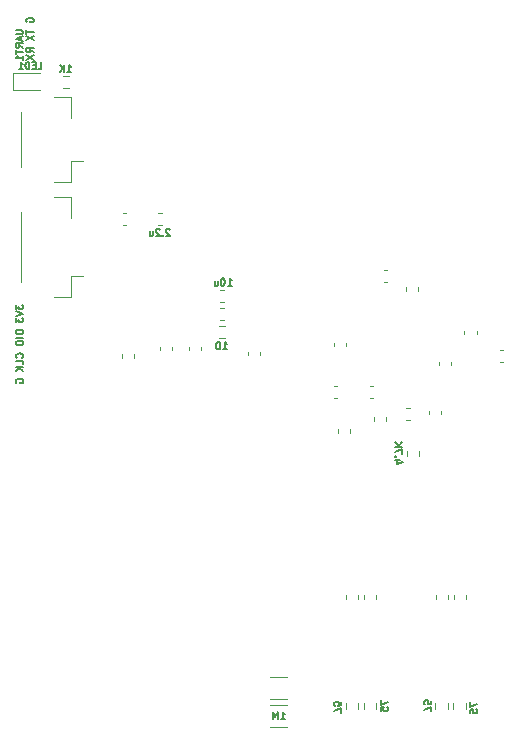
<source format=gbr>
%TF.GenerationSoftware,KiCad,Pcbnew,(6.0.1)*%
%TF.CreationDate,2023-04-01T17:19:45+08:00*%
%TF.ProjectId,EtherCAT2XXX,45746865-7243-4415-9432-5858582e6b69,rev?*%
%TF.SameCoordinates,Original*%
%TF.FileFunction,Legend,Bot*%
%TF.FilePolarity,Positive*%
%FSLAX46Y46*%
G04 Gerber Fmt 4.6, Leading zero omitted, Abs format (unit mm)*
G04 Created by KiCad (PCBNEW (6.0.1)) date 2023-04-01 17:19:45*
%MOMM*%
%LPD*%
G01*
G04 APERTURE LIST*
%ADD10C,0.150000*%
%ADD11C,0.120000*%
G04 APERTURE END LIST*
D10*
X4598571Y59048572D02*
X4941428Y59048572D01*
X4770000Y59048572D02*
X4770000Y59648572D01*
X4827142Y59562858D01*
X4884285Y59505715D01*
X4941428Y59477143D01*
X4341428Y59048572D02*
X4341428Y59648572D01*
X3998571Y59048572D02*
X4255714Y59391429D01*
X3998571Y59648572D02*
X4341428Y59305715D01*
X241428Y39308572D02*
X241428Y38937143D01*
X470000Y39137143D01*
X470000Y39051429D01*
X498571Y38994286D01*
X527142Y38965715D01*
X584285Y38937143D01*
X727142Y38937143D01*
X784285Y38965715D01*
X812857Y38994286D01*
X841428Y39051429D01*
X841428Y39222858D01*
X812857Y39280000D01*
X784285Y39308572D01*
X241428Y38765715D02*
X841428Y38565715D01*
X241428Y38365715D01*
X241428Y38222858D02*
X241428Y37851429D01*
X470000Y38051429D01*
X470000Y37965715D01*
X498571Y37908572D01*
X527142Y37880000D01*
X584285Y37851429D01*
X727142Y37851429D01*
X784285Y37880000D01*
X812857Y37908572D01*
X841428Y37965715D01*
X841428Y38137143D01*
X812857Y38194286D01*
X784285Y38222858D01*
X841428Y37137143D02*
X241428Y37137143D01*
X241428Y36994286D01*
X270000Y36908572D01*
X327142Y36851429D01*
X384285Y36822858D01*
X498571Y36794286D01*
X584285Y36794286D01*
X698571Y36822858D01*
X755714Y36851429D01*
X812857Y36908572D01*
X841428Y36994286D01*
X841428Y37137143D01*
X841428Y36537143D02*
X241428Y36537143D01*
X241428Y36137143D02*
X241428Y36022858D01*
X270000Y35965715D01*
X327142Y35908572D01*
X441428Y35880000D01*
X641428Y35880000D01*
X755714Y35908572D01*
X812857Y35965715D01*
X841428Y36022858D01*
X841428Y36137143D01*
X812857Y36194286D01*
X755714Y36251429D01*
X641428Y36280000D01*
X441428Y36280000D01*
X327142Y36251429D01*
X270000Y36194286D01*
X241428Y36137143D01*
X784285Y34822858D02*
X812857Y34851429D01*
X841428Y34937143D01*
X841428Y34994286D01*
X812857Y35080000D01*
X755714Y35137143D01*
X698571Y35165715D01*
X584285Y35194286D01*
X498571Y35194286D01*
X384285Y35165715D01*
X327142Y35137143D01*
X270000Y35080000D01*
X241428Y34994286D01*
X241428Y34937143D01*
X270000Y34851429D01*
X298571Y34822858D01*
X841428Y34280000D02*
X841428Y34565715D01*
X241428Y34565715D01*
X841428Y34080000D02*
X241428Y34080000D01*
X841428Y33737143D02*
X498571Y33994286D01*
X241428Y33737143D02*
X584285Y34080000D01*
X270000Y32708572D02*
X241428Y32765715D01*
X241428Y32851429D01*
X270000Y32937143D01*
X327142Y32994286D01*
X384285Y33022858D01*
X498571Y33051429D01*
X584285Y33051429D01*
X698571Y33022858D01*
X755714Y32994286D01*
X812857Y32937143D01*
X841428Y32851429D01*
X841428Y32794286D01*
X812857Y32708572D01*
X784285Y32680000D01*
X584285Y32680000D01*
X584285Y32794286D01*
X31111428Y5845715D02*
X31111428Y5445715D01*
X31711428Y5702858D01*
X31111428Y4931429D02*
X31111428Y5217143D01*
X31397142Y5245715D01*
X31368571Y5217143D01*
X31340000Y5160000D01*
X31340000Y5017143D01*
X31368571Y4960000D01*
X31397142Y4931429D01*
X31454285Y4902858D01*
X31597142Y4902858D01*
X31654285Y4931429D01*
X31682857Y4960000D01*
X31711428Y5017143D01*
X31711428Y5160000D01*
X31682857Y5217143D01*
X31654285Y5245715D01*
X1160000Y63240000D02*
X1131428Y63297143D01*
X1131428Y63382858D01*
X1160000Y63468572D01*
X1217142Y63525715D01*
X1274285Y63554286D01*
X1388571Y63582858D01*
X1474285Y63582858D01*
X1588571Y63554286D01*
X1645714Y63525715D01*
X1702857Y63468572D01*
X1731428Y63382858D01*
X1731428Y63325715D01*
X1702857Y63240000D01*
X1674285Y63211429D01*
X1474285Y63211429D01*
X1474285Y63325715D01*
X1131428Y62582858D02*
X1131428Y62240000D01*
X1731428Y62411429D02*
X1131428Y62411429D01*
X1131428Y62097143D02*
X1731428Y61697143D01*
X1131428Y61697143D02*
X1731428Y62097143D01*
X1731428Y60668572D02*
X1445714Y60868572D01*
X1731428Y61011429D02*
X1131428Y61011429D01*
X1131428Y60782858D01*
X1160000Y60725715D01*
X1188571Y60697143D01*
X1245714Y60668572D01*
X1331428Y60668572D01*
X1388571Y60697143D01*
X1417142Y60725715D01*
X1445714Y60782858D01*
X1445714Y61011429D01*
X1131428Y60468572D02*
X1731428Y60068572D01*
X1131428Y60068572D02*
X1731428Y60468572D01*
X32748571Y26135715D02*
X32348571Y26135715D01*
X32977142Y25992858D02*
X32548571Y25850000D01*
X32548571Y26221429D01*
X32405714Y26450000D02*
X32377142Y26478572D01*
X32348571Y26450000D01*
X32377142Y26421429D01*
X32405714Y26450000D01*
X32348571Y26450000D01*
X32948571Y26678572D02*
X32948571Y27078572D01*
X32348571Y26821429D01*
X32348571Y27307143D02*
X32948571Y27307143D01*
X32348571Y27650000D02*
X32691428Y27392858D01*
X32948571Y27650000D02*
X32605714Y27307143D01*
X18155714Y40938572D02*
X18498571Y40938572D01*
X18327142Y40938572D02*
X18327142Y41538572D01*
X18384285Y41452858D01*
X18441428Y41395715D01*
X18498571Y41367143D01*
X17784285Y41538572D02*
X17727142Y41538572D01*
X17670000Y41510000D01*
X17641428Y41481429D01*
X17612857Y41424286D01*
X17584285Y41310000D01*
X17584285Y41167143D01*
X17612857Y41052858D01*
X17641428Y40995715D01*
X17670000Y40967143D01*
X17727142Y40938572D01*
X17784285Y40938572D01*
X17841428Y40967143D01*
X17870000Y40995715D01*
X17898571Y41052858D01*
X17927142Y41167143D01*
X17927142Y41310000D01*
X17898571Y41424286D01*
X17870000Y41481429D01*
X17841428Y41510000D01*
X17784285Y41538572D01*
X17070000Y41338572D02*
X17070000Y40938572D01*
X17327142Y41338572D02*
X17327142Y41024286D01*
X17298571Y40967143D01*
X17241428Y40938572D01*
X17155714Y40938572D01*
X17098571Y40967143D01*
X17070000Y40995715D01*
X22651428Y4198572D02*
X22994285Y4198572D01*
X22822857Y4198572D02*
X22822857Y4798572D01*
X22880000Y4712858D01*
X22937142Y4655715D01*
X22994285Y4627143D01*
X22394285Y4198572D02*
X22394285Y4798572D01*
X22194285Y4370000D01*
X21994285Y4798572D01*
X21994285Y4198572D01*
X17764285Y35548572D02*
X18107142Y35548572D01*
X17935714Y35548572D02*
X17935714Y36148572D01*
X17992857Y36062858D01*
X18050000Y36005715D01*
X18107142Y35977143D01*
X17392857Y36148572D02*
X17335714Y36148572D01*
X17278571Y36120000D01*
X17250000Y36091429D01*
X17221428Y36034286D01*
X17192857Y35920000D01*
X17192857Y35777143D01*
X17221428Y35662858D01*
X17250000Y35605715D01*
X17278571Y35577143D01*
X17335714Y35548572D01*
X17392857Y35548572D01*
X17450000Y35577143D01*
X17478571Y35605715D01*
X17507142Y35662858D01*
X17535714Y35777143D01*
X17535714Y35920000D01*
X17507142Y36034286D01*
X17478571Y36091429D01*
X17450000Y36120000D01*
X17392857Y36148572D01*
X38691428Y5665715D02*
X38691428Y5265715D01*
X39291428Y5522858D01*
X38691428Y4751429D02*
X38691428Y5037143D01*
X38977142Y5065715D01*
X38948571Y5037143D01*
X38920000Y4980000D01*
X38920000Y4837143D01*
X38948571Y4780000D01*
X38977142Y4751429D01*
X39034285Y4722858D01*
X39177142Y4722858D01*
X39234285Y4751429D01*
X39262857Y4780000D01*
X39291428Y4837143D01*
X39291428Y4980000D01*
X39262857Y5037143D01*
X39234285Y5065715D01*
X35378571Y4874286D02*
X35378571Y5274286D01*
X34778571Y5017143D01*
X35378571Y5788572D02*
X35378571Y5502858D01*
X35092857Y5474286D01*
X35121428Y5502858D01*
X35150000Y5560000D01*
X35150000Y5702858D01*
X35121428Y5760000D01*
X35092857Y5788572D01*
X35035714Y5817143D01*
X34892857Y5817143D01*
X34835714Y5788572D01*
X34807142Y5760000D01*
X34778571Y5702858D01*
X34778571Y5560000D01*
X34807142Y5502858D01*
X34835714Y5474286D01*
X13271428Y45671429D02*
X13242857Y45700000D01*
X13185714Y45728572D01*
X13042857Y45728572D01*
X12985714Y45700000D01*
X12957142Y45671429D01*
X12928571Y45614286D01*
X12928571Y45557143D01*
X12957142Y45471429D01*
X13300000Y45128572D01*
X12928571Y45128572D01*
X12671428Y45185715D02*
X12642857Y45157143D01*
X12671428Y45128572D01*
X12700000Y45157143D01*
X12671428Y45185715D01*
X12671428Y45128572D01*
X12414285Y45671429D02*
X12385714Y45700000D01*
X12328571Y45728572D01*
X12185714Y45728572D01*
X12128571Y45700000D01*
X12100000Y45671429D01*
X12071428Y45614286D01*
X12071428Y45557143D01*
X12100000Y45471429D01*
X12442857Y45128572D01*
X12071428Y45128572D01*
X11557142Y45528572D02*
X11557142Y45128572D01*
X11814285Y45528572D02*
X11814285Y45214286D01*
X11785714Y45157143D01*
X11728571Y45128572D01*
X11642857Y45128572D01*
X11585714Y45157143D01*
X11557142Y45185715D01*
X2121428Y59278572D02*
X2407142Y59278572D01*
X2407142Y59878572D01*
X1921428Y59592858D02*
X1721428Y59592858D01*
X1635714Y59278572D02*
X1921428Y59278572D01*
X1921428Y59878572D01*
X1635714Y59878572D01*
X1378571Y59278572D02*
X1378571Y59878572D01*
X1235714Y59878572D01*
X1150000Y59850000D01*
X1092857Y59792858D01*
X1064285Y59735715D01*
X1035714Y59621429D01*
X1035714Y59535715D01*
X1064285Y59421429D01*
X1092857Y59364286D01*
X1150000Y59307143D01*
X1235714Y59278572D01*
X1378571Y59278572D01*
X464285Y59278572D02*
X807142Y59278572D01*
X635714Y59278572D02*
X635714Y59878572D01*
X692857Y59792858D01*
X750000Y59735715D01*
X807142Y59707143D01*
X221428Y62572858D02*
X707142Y62572858D01*
X764285Y62544286D01*
X792857Y62515715D01*
X821428Y62458572D01*
X821428Y62344286D01*
X792857Y62287143D01*
X764285Y62258572D01*
X707142Y62230000D01*
X221428Y62230000D01*
X650000Y61972858D02*
X650000Y61687143D01*
X821428Y62030000D02*
X221428Y61830000D01*
X821428Y61630000D01*
X821428Y61087143D02*
X535714Y61287143D01*
X821428Y61430000D02*
X221428Y61430000D01*
X221428Y61201429D01*
X250000Y61144286D01*
X278571Y61115715D01*
X335714Y61087143D01*
X421428Y61087143D01*
X478571Y61115715D01*
X507142Y61144286D01*
X535714Y61201429D01*
X535714Y61430000D01*
X221428Y60915715D02*
X221428Y60572858D01*
X821428Y60744286D02*
X221428Y60744286D01*
X821428Y60058572D02*
X821428Y60401429D01*
X821428Y60230000D02*
X221428Y60230000D01*
X307142Y60287143D01*
X364285Y60344286D01*
X392857Y60401429D01*
X27788571Y4774286D02*
X27788571Y5174286D01*
X27188571Y4917143D01*
X27788571Y5688572D02*
X27788571Y5402858D01*
X27502857Y5374286D01*
X27531428Y5402858D01*
X27560000Y5460000D01*
X27560000Y5602858D01*
X27531428Y5660000D01*
X27502857Y5688572D01*
X27445714Y5717143D01*
X27302857Y5717143D01*
X27245714Y5688572D01*
X27217142Y5660000D01*
X27188571Y5602858D01*
X27188571Y5460000D01*
X27217142Y5402858D01*
X27245714Y5374286D01*
D11*
%TO.C,C42*%
X28490000Y28469420D02*
X28490000Y28750580D01*
X27470000Y28469420D02*
X27470000Y28750580D01*
%TO.C,C21*%
X23195417Y5939151D02*
X21772913Y5939151D01*
X23195417Y7759151D02*
X21772913Y7759151D01*
%TO.C,C43*%
X27160000Y36110580D02*
X27160000Y35829420D01*
X28180000Y36110580D02*
X28180000Y35829420D01*
%TO.C,C64*%
X41209420Y34440000D02*
X41490580Y34440000D01*
X41209420Y35460000D02*
X41490580Y35460000D01*
%TO.C,C49*%
X36070000Y34450580D02*
X36070000Y34169420D01*
X37090000Y34450580D02*
X37090000Y34169420D01*
%TO.C,C39*%
X30560000Y29509420D02*
X30560000Y29790580D01*
X31580000Y29509420D02*
X31580000Y29790580D01*
%TO.C,C36*%
X31409420Y41250000D02*
X31690580Y41250000D01*
X31409420Y42270000D02*
X31690580Y42270000D01*
%TO.C,R16*%
X23211229Y3599151D02*
X21757101Y3599151D01*
X23211229Y5419151D02*
X21757101Y5419151D01*
%TO.C,C22*%
X38324165Y14438571D02*
X38324165Y14719731D01*
X37304165Y14438571D02*
X37304165Y14719731D01*
%TO.C,R13*%
X36806665Y5576409D02*
X36806665Y5101893D01*
X35761665Y5576409D02*
X35761665Y5101893D01*
%TO.C,R45*%
X17937258Y36507500D02*
X17462742Y36507500D01*
X17937258Y37552500D02*
X17462742Y37552500D01*
%TO.C,C45*%
X38220000Y37110580D02*
X38220000Y36829420D01*
X39240000Y37110580D02*
X39240000Y36829420D01*
%TO.C,C53*%
X17840580Y39060000D02*
X17559420Y39060000D01*
X17840580Y38040000D02*
X17559420Y38040000D01*
%TO.C,J2*%
X640000Y50960000D02*
X640000Y55640000D01*
X3460000Y49690000D02*
X4910000Y49690000D01*
X4910000Y56910000D02*
X4910000Y55110000D01*
X3460000Y56910000D02*
X4910000Y56910000D01*
X4910000Y51490000D02*
X5900000Y51490000D01*
X4910000Y49690000D02*
X4910000Y51490000D01*
%TO.C,C52*%
X17840580Y40580000D02*
X17559420Y40580000D01*
X17840580Y39560000D02*
X17559420Y39560000D01*
%TO.C,C57*%
X15930000Y35484420D02*
X15930000Y35765580D01*
X14910000Y35484420D02*
X14910000Y35765580D01*
%TO.C,C60*%
X10240000Y34834420D02*
X10240000Y35115580D01*
X9220000Y34834420D02*
X9220000Y35115580D01*
%TO.C,R14*%
X29671665Y5576409D02*
X29671665Y5101893D01*
X30716665Y5576409D02*
X30716665Y5101893D01*
%TO.C,R22*%
X4262742Y57667500D02*
X4737258Y57667500D01*
X4262742Y58712500D02*
X4737258Y58712500D01*
%TO.C,C47*%
X27445580Y31410000D02*
X27164420Y31410000D01*
X27445580Y32430000D02*
X27164420Y32430000D01*
%TO.C,C25*%
X28174165Y14433571D02*
X28174165Y14714731D01*
X29194165Y14433571D02*
X29194165Y14714731D01*
%TO.C,C23*%
X35784165Y14438571D02*
X35784165Y14719731D01*
X36804165Y14438571D02*
X36804165Y14719731D01*
%TO.C,R30*%
X33327500Y26957258D02*
X33327500Y26482742D01*
X34372500Y26957258D02*
X34372500Y26482742D01*
%TO.C,C58*%
X9279420Y46100000D02*
X9560580Y46100000D01*
X9279420Y47120000D02*
X9560580Y47120000D01*
%TO.C,C65*%
X19860000Y35340580D02*
X19860000Y35059420D01*
X20880000Y35340580D02*
X20880000Y35059420D01*
%TO.C,J3*%
X4910000Y41745000D02*
X5900000Y41745000D01*
X640000Y41215000D02*
X640000Y47145000D01*
X3460000Y48415000D02*
X4910000Y48415000D01*
X3460000Y39945000D02*
X4910000Y39945000D01*
X4910000Y39945000D02*
X4910000Y41745000D01*
X4910000Y48415000D02*
X4910000Y46615000D01*
%TO.C,R15*%
X28151665Y5576409D02*
X28151665Y5101893D01*
X29196665Y5576409D02*
X29196665Y5101893D01*
%TO.C,C37*%
X34310000Y40504420D02*
X34310000Y40785580D01*
X33290000Y40504420D02*
X33290000Y40785580D01*
%TO.C,C41*%
X33580580Y30570000D02*
X33299420Y30570000D01*
X33580580Y29550000D02*
X33299420Y29550000D01*
%TO.C,C62*%
X13440000Y35479420D02*
X13440000Y35760580D01*
X12420000Y35479420D02*
X12420000Y35760580D01*
%TO.C,C24*%
X30714165Y14438571D02*
X30714165Y14719731D01*
X29694165Y14438571D02*
X29694165Y14719731D01*
%TO.C,C40*%
X35200000Y30029420D02*
X35200000Y30310580D01*
X36220000Y30029420D02*
X36220000Y30310580D01*
%TO.C,C48*%
X30460580Y31410000D02*
X30179420Y31410000D01*
X30460580Y32430000D02*
X30179420Y32430000D01*
%TO.C,D3*%
X-5000Y57455000D02*
X-5000Y58925000D01*
X-5000Y58925000D02*
X2280000Y58925000D01*
X2280000Y57455000D02*
X-5000Y57455000D01*
%TO.C,C51*%
X12575580Y46100000D02*
X12294420Y46100000D01*
X12575580Y47120000D02*
X12294420Y47120000D01*
%TO.C,R12*%
X38326665Y5576409D02*
X38326665Y5101893D01*
X37281665Y5576409D02*
X37281665Y5101893D01*
%TD*%
M02*

</source>
